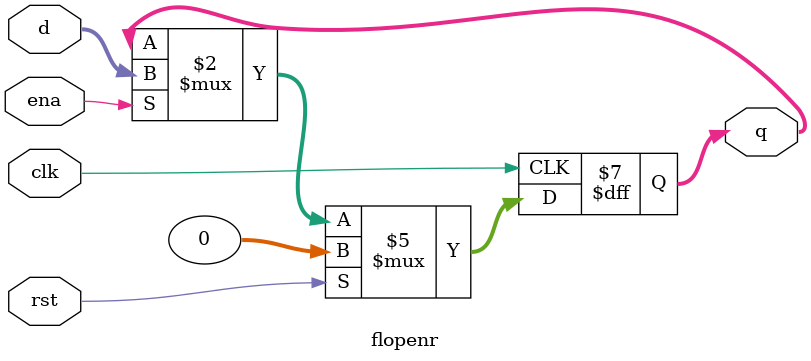
<source format=v>
`timescale 1ns/1ps
module flopenr #(parameter WIDTH = 32) (
    input wire clk,rst,ena,
    input wire[WIDTH-1:0]d,
    output reg[WIDTH-1:0]q
);
    always @(posedge clk) begin
        if(rst) q<=0;
        else if (ena) q<=d;
    end
    
endmodule
</source>
